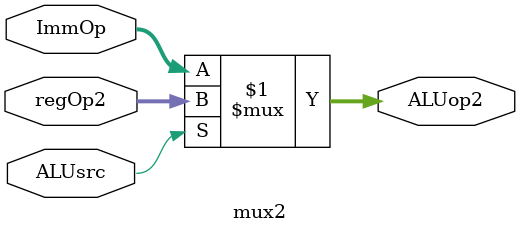
<source format=sv>
module mux2 #(
    parameter ADDRESS_WIDTH = 32,
              DATA_WIDTH = 8 
)(
    input logic [ADDRESS_WIDTH-1:0] regOp2,    
    input logic [ADDRESS_WIDTH-1:0] ImmOp,
    input logic ALUsrc,
    
    output logic [ADDRESS_WIDTH-1:0] ALUop2

);
    assign ALUop2 = ALUsrc ? regOp2:ImmOp;


endmodule
</source>
